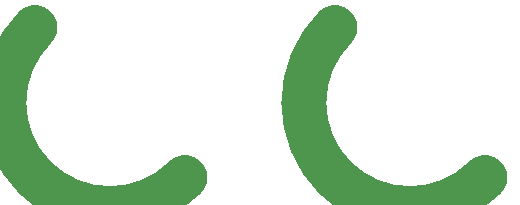
<source format=gbr>
%FSLAX34Y34*%%MOIN*%%ADD10C,0.15*%D10*G75*X-7500Y2500D02*G03*X-2500Y-2500I2500J-2500D01*X7500Y-2500D02*G02*X2500Y2500I-2500J2500D01*M02*
</source>
